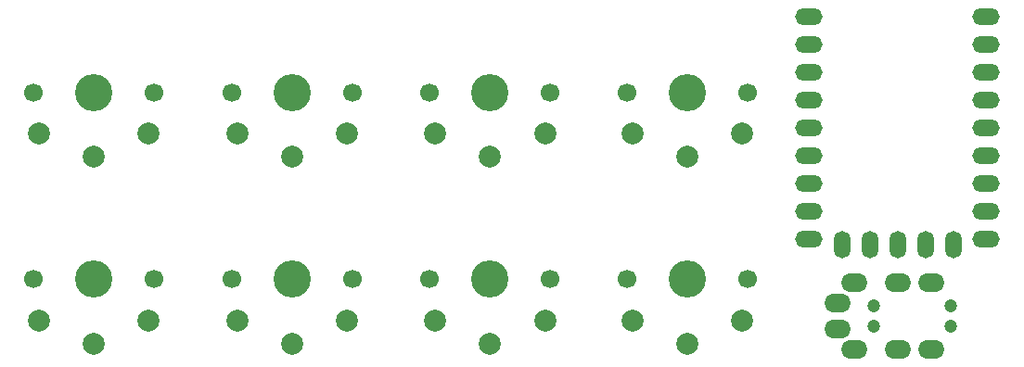
<source format=gbr>
%TF.GenerationSoftware,KiCad,Pcbnew,7.0.7*%
%TF.CreationDate,2023-09-04T22:47:59+10:00*%
%TF.ProjectId,art,6172742e-6b69-4636-9164-5f7063625858,rev?*%
%TF.SameCoordinates,Original*%
%TF.FileFunction,Soldermask,Top*%
%TF.FilePolarity,Negative*%
%FSLAX46Y46*%
G04 Gerber Fmt 4.6, Leading zero omitted, Abs format (unit mm)*
G04 Created by KiCad (PCBNEW 7.0.7) date 2023-09-04 22:47:59*
%MOMM*%
%LPD*%
G01*
G04 APERTURE LIST*
%ADD10C,1.700000*%
%ADD11C,3.400000*%
%ADD12C,2.000000*%
%ADD13O,2.500000X1.500000*%
%ADD14O,1.500000X2.500000*%
%ADD15C,1.200000*%
%ADD16O,2.400000X1.700000*%
G04 APERTURE END LIST*
D10*
%TO.C,SW1*%
X31990394Y-36532388D03*
D11*
X37490394Y-36532388D03*
D10*
X42990394Y-36532388D03*
D12*
X32490394Y-40332388D03*
X42490394Y-40332388D03*
X37490394Y-42432388D03*
%TD*%
D10*
%TO.C,SW8*%
X86175000Y-53575000D03*
D11*
X91675000Y-53575000D03*
D10*
X97175000Y-53575000D03*
D12*
X86675000Y-57375000D03*
X96675000Y-57375000D03*
X91675000Y-59475000D03*
%TD*%
D10*
%TO.C,SW4*%
X86175000Y-36532388D03*
D11*
X91675000Y-36532388D03*
D10*
X97175000Y-36532388D03*
D12*
X86675000Y-40332388D03*
X96675000Y-40332388D03*
X91675000Y-42432388D03*
%TD*%
D10*
%TO.C,SW7*%
X68155598Y-53575000D03*
D11*
X73655598Y-53575000D03*
D10*
X79155598Y-53575000D03*
D12*
X68655598Y-57375000D03*
X78655598Y-57375000D03*
X73655598Y-59475000D03*
%TD*%
D10*
%TO.C,SW2*%
X50072996Y-36532388D03*
D11*
X55572996Y-36532388D03*
D10*
X61072996Y-36532388D03*
D12*
X50572996Y-40332388D03*
X60572996Y-40332388D03*
X55572996Y-42432388D03*
%TD*%
D10*
%TO.C,SW3*%
X68155598Y-36532388D03*
D11*
X73655598Y-36532388D03*
D10*
X79155598Y-36532388D03*
D12*
X68655598Y-40332388D03*
X78655598Y-40332388D03*
X73655598Y-42432388D03*
%TD*%
D13*
%TO.C,U1*%
X118952218Y-29616772D03*
X118952218Y-32156772D03*
X118952218Y-34696772D03*
X118952218Y-37236772D03*
X118952218Y-39776772D03*
X118952218Y-42316772D03*
X118952218Y-44856772D03*
X118952218Y-47396772D03*
X118952218Y-49936772D03*
D14*
X115912218Y-50436772D03*
X113372218Y-50436772D03*
X110832218Y-50436772D03*
X108292218Y-50436772D03*
X105752218Y-50436772D03*
D13*
X102712218Y-49936772D03*
X102712218Y-47396772D03*
X102712218Y-44856772D03*
X102712218Y-42316772D03*
X102712218Y-39776772D03*
X102712218Y-37236772D03*
X102712218Y-34696772D03*
X102712218Y-32156772D03*
X102712218Y-29616772D03*
%TD*%
D15*
%TO.C,J1*%
X115676860Y-57877684D03*
X115676860Y-56052084D03*
X108676860Y-57877684D03*
X108676860Y-56052084D03*
D16*
X106876860Y-59977684D03*
X106876860Y-53952084D03*
X110876860Y-59977684D03*
X110876860Y-53952084D03*
X113876860Y-59977684D03*
X113876860Y-53952084D03*
X105376860Y-58152084D03*
X105376860Y-55777684D03*
%TD*%
D10*
%TO.C,SW6*%
X50072996Y-53575000D03*
D11*
X55572996Y-53575000D03*
D10*
X61072996Y-53575000D03*
D12*
X50572996Y-57375000D03*
X60572996Y-57375000D03*
X55572996Y-59475000D03*
%TD*%
D10*
%TO.C,SW5*%
X31990394Y-53575000D03*
D11*
X37490394Y-53575000D03*
D10*
X42990394Y-53575000D03*
D12*
X32490394Y-57375000D03*
X42490394Y-57375000D03*
X37490394Y-59475000D03*
%TD*%
M02*

</source>
